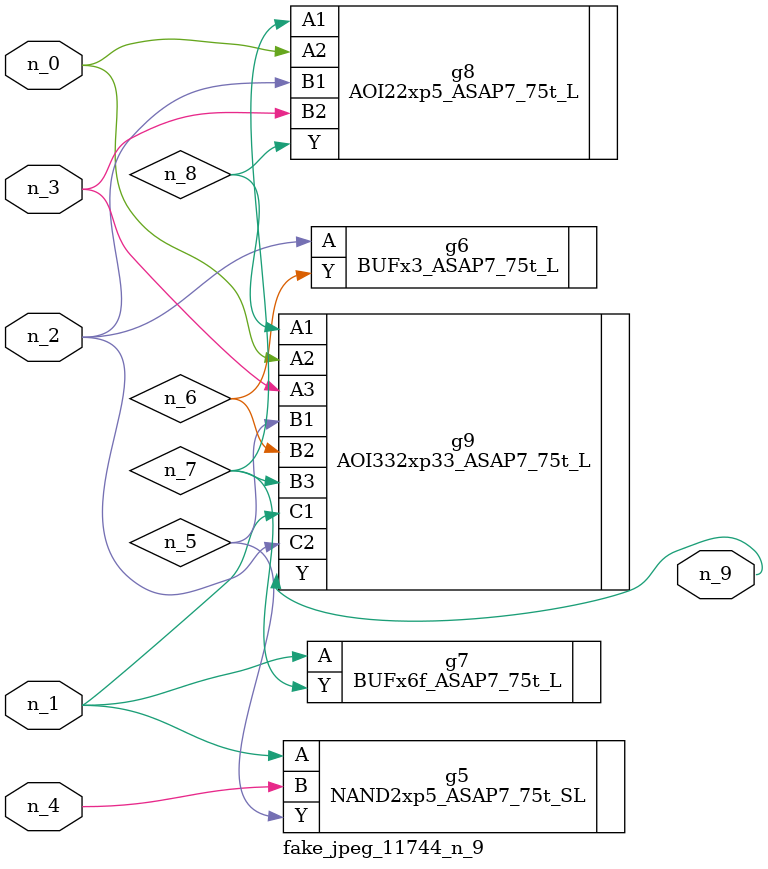
<source format=v>
module fake_jpeg_11744_n_9 (n_3, n_2, n_1, n_0, n_4, n_9);

input n_3;
input n_2;
input n_1;
input n_0;
input n_4;

output n_9;

wire n_8;
wire n_6;
wire n_5;
wire n_7;

NAND2xp5_ASAP7_75t_SL g5 ( 
.A(n_1),
.B(n_4),
.Y(n_5)
);

BUFx3_ASAP7_75t_L g6 ( 
.A(n_2),
.Y(n_6)
);

BUFx6f_ASAP7_75t_L g7 ( 
.A(n_1),
.Y(n_7)
);

AOI22xp5_ASAP7_75t_L g8 ( 
.A1(n_7),
.A2(n_0),
.B1(n_2),
.B2(n_3),
.Y(n_8)
);

AOI332xp33_ASAP7_75t_L g9 ( 
.A1(n_8),
.A2(n_0),
.A3(n_3),
.B1(n_5),
.B2(n_6),
.B3(n_7),
.C1(n_1),
.C2(n_2),
.Y(n_9)
);


endmodule
</source>
